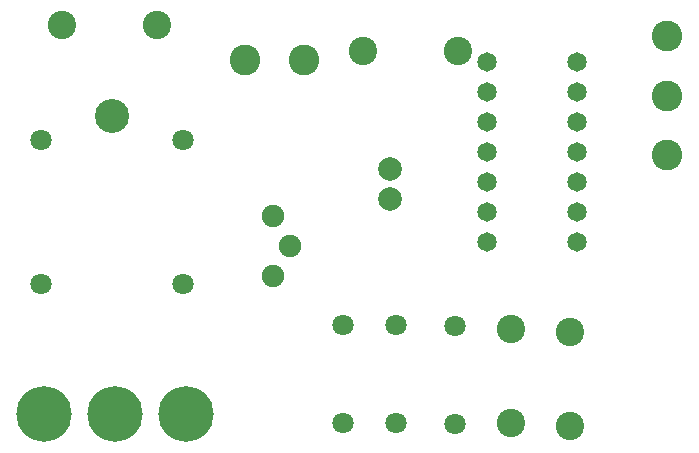
<source format=gbr>
%TF.GenerationSoftware,Altium Limited,Altium Designer,20.2.4 (192)*%
G04 Layer_Color=8388736*
%FSLAX45Y45*%
%MOMM*%
%TF.SameCoordinates,BA2C786E-012B-4E8B-A1C9-5229AEE0ABBE*%
%TF.FilePolarity,Negative*%
%TF.FileFunction,Soldermask,Top*%
%TF.Part,Single*%
G01*
G75*
%TA.AperFunction,ComponentPad*%
%ADD20C,2.40320*%
%ADD21C,2.60320*%
%ADD22C,1.65320*%
%ADD23C,1.80320*%
%ADD24C,2.00320*%
%ADD25C,1.90320*%
%ADD26C,2.88320*%
%ADD27C,4.70320*%
D20*
X3800400Y-525000D02*
D03*
X3000000D02*
D03*
X4250000Y-2875000D02*
D03*
Y-3675400D02*
D03*
X4750000Y-3700000D02*
D03*
Y-2899600D02*
D03*
X449600Y-300000D02*
D03*
X1250000D02*
D03*
D21*
X5575000Y-1400000D02*
D03*
Y-900000D02*
D03*
Y-400000D02*
D03*
X2000000Y-600000D02*
D03*
X2500000D02*
D03*
D22*
X4806000Y-613000D02*
D03*
Y-867000D02*
D03*
Y-1121000D02*
D03*
Y-1375000D02*
D03*
Y-1629000D02*
D03*
Y-1883000D02*
D03*
Y-2137000D02*
D03*
X4044000D02*
D03*
Y-1883000D02*
D03*
Y-1629000D02*
D03*
Y-1375000D02*
D03*
Y-1121000D02*
D03*
Y-867000D02*
D03*
Y-613000D02*
D03*
D23*
X3775000Y-2850000D02*
D03*
Y-3678000D02*
D03*
X3275000Y-3675000D02*
D03*
Y-2847000D02*
D03*
X2825000Y-3675000D02*
D03*
Y-2847000D02*
D03*
X275000Y-1275000D02*
D03*
X1475000D02*
D03*
X275000Y-2495000D02*
D03*
X1475000D02*
D03*
D24*
X3225000Y-1521000D02*
D03*
Y-1775000D02*
D03*
D25*
X2235300Y-2429000D02*
D03*
X2375000Y-2175000D02*
D03*
X2235300Y-1921000D02*
D03*
D26*
X875000Y-1075000D02*
D03*
D27*
X1500000Y-3600000D02*
D03*
X900000D02*
D03*
X300000D02*
D03*
%TF.MD5,fc483c65d61733b5564752d8450adb5e*%
M02*

</source>
